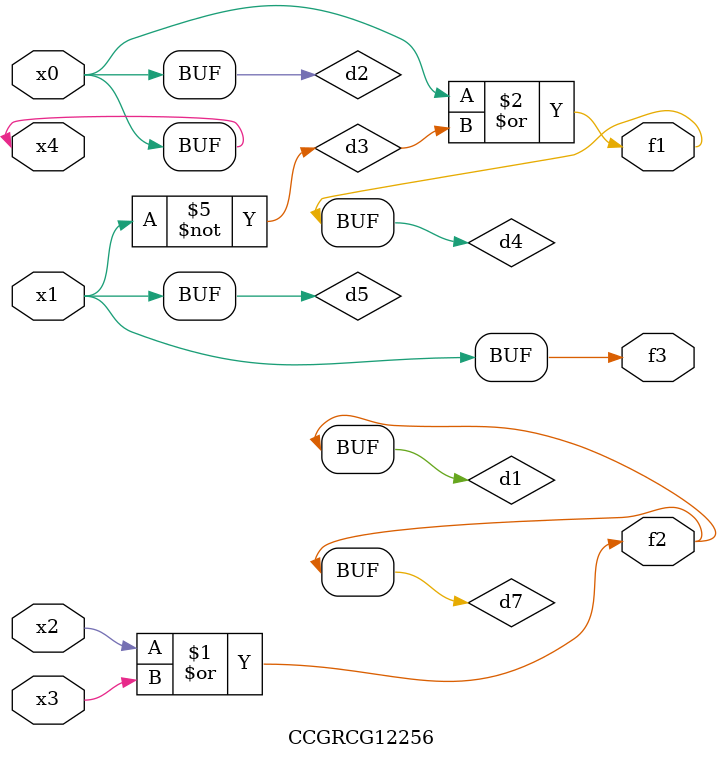
<source format=v>
module CCGRCG12256(
	input x0, x1, x2, x3, x4,
	output f1, f2, f3
);

	wire d1, d2, d3, d4, d5, d6, d7;

	or (d1, x2, x3);
	buf (d2, x0, x4);
	not (d3, x1);
	or (d4, d2, d3);
	not (d5, d3);
	nand (d6, d1, d3);
	or (d7, d1);
	assign f1 = d4;
	assign f2 = d7;
	assign f3 = d5;
endmodule

</source>
